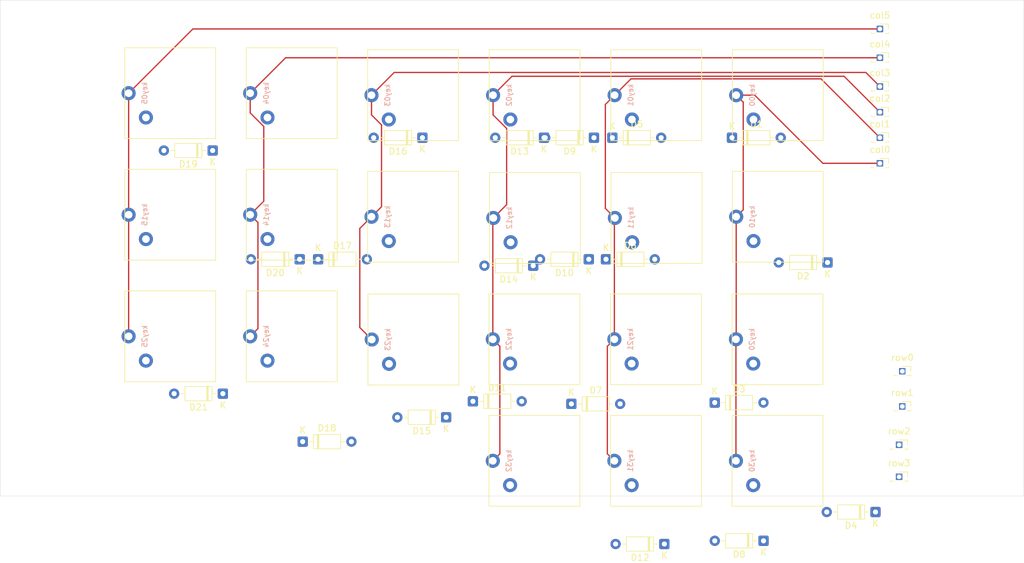
<source format=kicad_pcb>
(kicad_pcb (version 20241229) (generator "pcbnew") (generator_version "9.0")
  (layers (0 "F.Cu" signal) (2 "B.Cu" signal) (13 "F.Paste" user) (15 "B.Paste" user) (5 "F.SilkS" user "F.Silkscreen") (7 "B.SilkS" user "B.Silkscreen") (1 "F.Mask" user) (3 "B.Mask" user) (25 "Edge.Cuts" user))
  (net 0 "")
  (net 1 "Net-(D1-A)")
  (net 2 "Net-(D1-K)")
  (net 3 "Net-(D10-K)")
  (net 4 "Net-(D2-A)")
  (net 5 "Net-(D11-K)")
  (net 6 "Net-(D3-A)")
  (net 7 "Net-(D4-A)")
  (net 8 "Net-(D12-K)")
  (net 9 "Net-(D5-A)")
  (net 10 "Net-(D6-A)")
  (net 11 "Net-(D7-A)")
  (net 12 "Net-(D8-A)")
  (net 13 "Net-(D9-A)")
  (net 14 "Net-(D10-A)")
  (net 15 "Net-(D11-A)")
  (net 16 "Net-(D12-A)")
  (net 17 "Net-(D13-A)")
  (net 18 "Net-(D14-A)")
  (net 19 "Net-(D15-A)")
  (net 20 "Net-(D16-A)")
  (net 21 "Net-(D17-A)")
  (net 22 "Net-(D18-A)")
  (net 23 "Net-(D19-A)")
  (net 24 "Net-(D20-A)")
  (net 25 "Net-(D21-A)")
  (net 26 "Net-(col0-Pin_1)")
  (net 27 "Net-(col1-Pin_1)")
  (net 28 "Net-(col2-Pin_1)")
  (net 29 "Net-(col3-Pin_1)")
  (net 30 "Net-(col4-Pin_1)")
  (net 31 "Net-(col5-Pin_1)")
  (footprint "Diode_THT:D_DO-35_SOD27_P7.62mm_Horizontal" (layer "F.Cu") (at 116.5 45.5 180)
    (property "Reference" "D13" (at 3.81 -2.12 0) (layer "F.SilkS"))
    (property "Value" "1N4148")
    (fp_text user "K" (at 0 -1.8 0) (layer "F.SilkS"))
    (pad "1" thru_hole roundrect (at 0 0 180) (size 1.6 1.6) (drill 0.8) (layers "*.Cu" "*.Mask") (roundrect_rratio 0.15625) (net 2 "Net-(D1-K)"))
    (pad "2" thru_hole circle (at 7.62 0 180) (size 1.6 1.6) (drill 0.8) (layers "*.Cu" "*.Mask") (net 17 "Net-(D13-A)"))
  )
  (footprint "Diode_THT:D_DO-35_SOD27_P7.62mm_Horizontal" (layer "F.Cu") (at 120.78 87.1)
    (property "Reference" "D7" (at 3.81 -2.12 0) (layer "F.SilkS"))
    (property "Value" "1N4148")
    (fp_text user "K" (at 0 -1.8 0) (layer "F.SilkS"))
    (pad "1" thru_hole roundrect (at 0 0) (size 1.6 1.6) (drill 0.8) (layers "*.Cu" "*.Mask") (roundrect_rratio 0.15625) (net 5 "Net-(D11-K)"))
    (pad "2" thru_hole circle (at 7.62 0) (size 1.6 1.6) (drill 0.8) (layers "*.Cu" "*.Mask") (net 11 "Net-(D7-A)"))
  )
  (footprint "Diode_THT:D_DO-35_SOD27_P7.62mm_Horizontal" (layer "F.Cu") (at 78.31 64.5 180)
    (property "Reference" "D20" (at 3.81 -2.12 0) (layer "F.SilkS"))
    (property "Value" "1N4148")
    (fp_text user "K" (at 0 -1.8 0) (layer "F.SilkS"))
    (pad "1" thru_hole roundrect (at 0 0 180) (size 1.6 1.6) (drill 0.8) (layers "*.Cu" "*.Mask") (roundrect_rratio 0.15625) (net 3 "Net-(D10-K)"))
    (pad "2" thru_hole circle (at 7.62 0 180) (size 1.6 1.6) (drill 0.8) (layers "*.Cu" "*.Mask") (net 24 "Net-(D20-A)"))
  )
  (footprint "redragon:SW_Redragon_LowProfile_PCB_1.00u" (layer "F.Cu") (at 77.08 38.54 -90)
    (property "Reference" "key04" (at 0 4 270) (layer "B.SilkS") (effects (font (size 0.8 0.8)) (justify mirror)))
    (property "Value" "SW_DPST_x2")
    (pad "" np_thru_hole circle (at 0 0 270) (size 4.4 4.4) (drill 4.4) (layers "*.Cu" "*.Mask"))
    (pad "1" thru_hole circle (at 3.8 3.8 270) (size 2.2 2.2) (drill 1.2) (layers "*.Cu" "B.Mask") (net 20 "Net-(D16-A)"))
    (pad "2" thru_hole circle (at 0 6.5 270) (size 2.2 2.2) (drill 1.2) (layers "*.Cu" "B.Mask") (net 30 "Net-(col4-Pin_1)"))
  )
  (footprint "redragon:SW_Redragon_LowProfile_PCB_1.00u" (layer "F.Cu") (at 96.08 77.04 -90)
    (property "Reference" "key23" (at 0 4 270) (layer "B.SilkS") (effects (font (size 0.8 0.8)) (justify mirror)))
    (property "Value" "SW_DPST_x2")
    (pad "" np_thru_hole circle (at 0 0 270) (size 4.4 4.4) (drill 4.4) (layers "*.Cu" "*.Mask"))
    (pad "1" thru_hole circle (at 3.8 3.8 270) (size 2.2 2.2) (drill 1.2) (layers "*.Cu" "B.Mask") (net 19 "Net-(D15-A)"))
    (pad "2" thru_hole circle (at 0 6.5 270) (size 2.2 2.2) (drill 1.2) (layers "*.Cu" "B.Mask") (net 29 "Net-(col3-Pin_1)"))
  )
  (footprint "Diode_THT:D_DO-35_SOD27_P7.62mm_Horizontal" (layer "F.Cu") (at 114.81 65.5 180)
    (property "Reference" "D14" (at 3.81 -2.12 0) (layer "F.SilkS"))
    (property "Value" "1N4148")
    (fp_text user "K" (at 0 -1.8 0) (layer "F.SilkS"))
    (pad "1" thru_hole roundrect (at 0 0 180) (size 1.6 1.6) (drill 0.8) (layers "*.Cu" "*.Mask") (roundrect_rratio 0.15625) (net 3 "Net-(D10-K)"))
    (pad "2" thru_hole circle (at 7.62 0 180) (size 1.6 1.6) (drill 0.8) (layers "*.Cu" "*.Mask") (net 18 "Net-(D14-A)"))
  )
  (footprint "Connector_PinSocket_1.27mm:PinSocket_1x01_P1.27mm_Vertical" (layer "F.Cu") (at 169 37.5)
    (property "Reference" "col3" (at 0 -2.135 0) (layer "F.SilkS"))
    (property "Value" "Conn_01x01_Pin")
    (pad "1" thru_hole rect (at 0 0) (size 1 1) (drill 0.7) (layers "*.Cu" "*.Mask") (net 29 "Net-(col3-Pin_1)"))
  )
  (footprint "redragon:SW_Redragon_LowProfile_PCB_1.00u" (layer "F.Cu") (at 115 96 -90)
    (property "Reference" "key32" (at 0 4 270) (layer "B.SilkS") (effects (font (size 0.8 0.8)) (justify mirror)))
    (property "Value" "SW_DPST_x2")
    (pad "" np_thru_hole circle (at 0 0 270) (size 4.4 4.4) (drill 4.4) (layers "*.Cu" "*.Mask"))
    (pad "1" thru_hole circle (at 3.8 3.8 270) (size 2.2 2.2) (drill 1.2) (layers "*.Cu" "B.Mask") (net 16 "Net-(D12-A)"))
    (pad "2" thru_hole circle (at 0 6.5 270) (size 2.2 2.2) (drill 1.2) (layers "*.Cu" "B.Mask") (net 28 "Net-(col2-Pin_1)"))
  )
  (footprint "redragon:SW_Redragon_LowProfile_PCB_1.00u" (layer "F.Cu") (at 153 77 -90)
    (property "Reference" "key20" (at 0 4 270) (layer "B.SilkS") (effects (font (size 0.8 0.8)) (justify mirror)))
    (property "Value" "SW_DPST_x2")
    (pad "" np_thru_hole circle (at 0 0 270) (size 4.4 4.4) (drill 4.4) (layers "*.Cu" "*.Mask"))
    (pad "1" thru_hole circle (at 3.8 3.8 270) (size 2.2 2.2) (drill 1.2) (layers "*.Cu" "B.Mask") (net 6 "Net-(D3-A)"))
    (pad "2" thru_hole circle (at 0 6.5 270) (size 2.2 2.2) (drill 1.2) (layers "*.Cu" "B.Mask") (net 26 "Net-(col0-Pin_1)"))
  )
  (footprint "Connector_PinSocket_1.27mm:PinSocket_1x01_P1.27mm_Vertical" (layer "F.Cu") (at 169 41.5)
    (property "Reference" "col2" (at 0 -2.135 0) (layer "F.SilkS"))
    (property "Value" "Conn_01x01_Pin")
    (pad "1" thru_hole rect (at 0 0) (size 1 1) (drill 0.7) (layers "*.Cu" "*.Mask") (net 28 "Net-(col2-Pin_1)"))
  )
  (footprint "Diode_THT:D_DO-35_SOD27_P7.62mm_Horizontal" (layer "F.Cu") (at 78.78 93)
    (property "Reference" "D18" (at 3.81 -2.12 0) (layer "F.SilkS"))
    (property "Value" "1N4148")
    (fp_text user "K" (at 0 -1.8 0) (layer "F.SilkS"))
    (pad "1" thru_hole roundrect (at 0 0) (size 1.6 1.6) (drill 0.8) (layers "*.Cu" "*.Mask") (roundrect_rratio 0.15625) (net 5 "Net-(D11-K)"))
    (pad "2" thru_hole circle (at 7.62 0) (size 1.6 1.6) (drill 0.8) (layers "*.Cu" "*.Mask") (net 22 "Net-(D18-A)"))
  )
  (footprint "Diode_THT:D_DO-35_SOD27_P7.62mm_Horizontal" (layer "F.Cu") (at 124.31 45.5 180)
    (property "Reference" "D9" (at 3.81 -2.12 0) (layer "F.SilkS"))
    (property "Value" "1N4148")
    (fp_text user "K" (at 0 -1.8 0) (layer "F.SilkS"))
    (pad "1" thru_hole roundrect (at 0 0 180) (size 1.6 1.6) (drill 0.8) (layers "*.Cu" "*.Mask") (roundrect_rratio 0.15625) (net 2 "Net-(D1-K)"))
    (pad "2" thru_hole circle (at 7.62 0 180) (size 1.6 1.6) (drill 0.8) (layers "*.Cu" "*.Mask") (net 13 "Net-(D9-A)"))
  )
  (footprint "redragon:SW_Redragon_LowProfile_PCB_1.00u" (layer "F.Cu") (at 153.04 38.85 -90)
    (property "Reference" "key00" (at 0 4 270) (layer "B.SilkS") (effects (font (size 0.8 0.8)) (justify mirror)))
    (property "Value" "SW_DPST_x2")
    (pad "" np_thru_hole circle (at 0 0 270) (size 4.4 4.4) (drill 4.4) (layers "*.Cu" "*.Mask"))
    (pad "1" thru_hole circle (at 3.8 3.8 270) (size 2.2 2.2) (drill 1.2) (layers "*.Cu" "B.Mask") (net 1 "Net-(D1-A)"))
    (pad "2" thru_hole circle (at 0 6.5 270) (size 2.2 2.2) (drill 1.2) (layers "*.Cu" "B.Mask") (net 26 "Net-(col0-Pin_1)"))
  )
  (footprint "redragon:SW_Redragon_LowProfile_PCB_1.00u" (layer "F.Cu") (at 134 96 -90)
    (property "Reference" "key31" (at 0 4 270) (layer "B.SilkS") (effects (font (size 0.8 0.8)) (justify mirror)))
    (property "Value" "SW_DPST_x2")
    (pad "" np_thru_hole circle (at 0 0 270) (size 4.4 4.4) (drill 4.4) (layers "*.Cu" "*.Mask"))
    (pad "1" thru_hole circle (at 3.8 3.8 270) (size 2.2 2.2) (drill 1.2) (layers "*.Cu" "B.Mask") (net 12 "Net-(D8-A)"))
    (pad "2" thru_hole circle (at 0 6.5 270) (size 2.2 2.2) (drill 1.2) (layers "*.Cu" "B.Mask") (net 27 "Net-(col1-Pin_1)"))
  )
  (footprint "redragon:SW_Redragon_LowProfile_PCB_1.00u" (layer "F.Cu") (at 58.08 76.54 -90)
    (property "Reference" "key25" (at 0 4 270) (layer "B.SilkS") (effects (font (size 0.8 0.8)) (justify mirror)))
    (property "Value" "SW_DPST_x2")
    (pad "" np_thru_hole circle (at 0 0 270) (size 4.4 4.4) (drill 4.4) (layers "*.Cu" "*.Mask"))
    (pad "1" thru_hole circle (at 3.8 3.8 270) (size 2.2 2.2) (drill 1.2) (layers "*.Cu" "B.Mask") (net 25 "Net-(D21-A)"))
    (pad "2" thru_hole circle (at 0 6.5 270) (size 2.2 2.2) (drill 1.2) (layers "*.Cu" "B.Mask") (net 31 "Net-(col5-Pin_1)"))
  )
  (footprint "Connector_PinSocket_1.27mm:PinSocket_1x01_P1.27mm_Vertical" (layer "F.Cu") (at 172 93.5)
    (property "Reference" "row2" (at 0 -2.135 0) (layer "F.SilkS"))
    (property "Value" "Conn_01x01_Pin")
    (pad "1" thru_hole rect (at 0 0) (size 1 1) (drill 0.7) (layers "*.Cu" "*.Mask") (net 5 "Net-(D11-K)"))
  )
  (footprint "Diode_THT:D_DO-35_SOD27_P7.62mm_Horizontal" (layer "F.Cu") (at 126.19 64.5)
    (property "Reference" "D6" (at 3.81 -2.12 0) (layer "F.SilkS"))
    (property "Value" "1N4148")
    (fp_text user "K" (at 0 -1.8 0) (layer "F.SilkS"))
    (pad "1" thru_hole roundrect (at 0 0) (size 1.6 1.6) (drill 0.8) (layers "*.Cu" "*.Mask") (roundrect_rratio 0.15625) (net 3 "Net-(D10-K)"))
    (pad "2" thru_hole circle (at 7.62 0) (size 1.6 1.6) (drill 0.8) (layers "*.Cu" "*.Mask") (net 10 "Net-(D6-A)"))
  )
  (footprint "redragon:SW_Redragon_LowProfile_PCB_1.00u" (layer "F.Cu") (at 58.08 38.54 -90)
    (property "Reference" "key05" (at 0 4 270) (layer "B.SilkS") (effects (font (size 0.8 0.8)) (justify mirror)))
    (property "Value" "SW_DPST_x2")
    (pad "" np_thru_hole circle (at 0 0 270) (size 4.4 4.4) (drill 4.4) (layers "*.Cu" "*.Mask"))
    (pad "1" thru_hole circle (at 3.8 3.8 270) (size 2.2 2.2) (drill 1.2) (layers "*.Cu" "B.Mask") (net 23 "Net-(D19-A)"))
    (pad "2" thru_hole circle (at 0 6.5 270) (size 2.2 2.2) (drill 1.2) (layers "*.Cu" "B.Mask") (net 31 "Net-(col5-Pin_1)"))
  )
  (footprint "redragon:SW_Redragon_LowProfile_PCB_1.00u" (layer "F.Cu") (at 134.04 38.85 -90)
    (property "Reference" "key01" (at 0 4 270) (layer "B.SilkS") (effects (font (size 0.8 0.8)) (justify mirror)))
    (property "Value" "SW_DPST_x2")
    (pad "" np_thru_hole circle (at 0 0 270) (size 4.4 4.4) (drill 4.4) (layers "*.Cu" "*.Mask"))
    (pad "1" thru_hole circle (at 3.8 3.8 270) (size 2.2 2.2) (drill 1.2) (layers "*.Cu" "B.Mask") (net 9 "Net-(D5-A)"))
    (pad "2" thru_hole circle (at 0 6.5 270) (size 2.2 2.2) (drill 1.2) (layers "*.Cu" "B.Mask") (net 27 "Net-(col1-Pin_1)"))
  )
  (footprint "Connector_PinSocket_1.27mm:PinSocket_1x01_P1.27mm_Vertical" (layer "F.Cu") (at 169 49.5)
    (property "Reference" "col0" (at 0 -2.135 0) (layer "F.SilkS"))
    (property "Value" "Conn_01x01_Pin")
    (pad "1" thru_hole rect (at 0 0) (size 1 1) (drill 0.7) (layers "*.Cu" "*.Mask") (net 26 "Net-(col0-Pin_1)"))
  )
  (footprint "Diode_THT:D_DO-35_SOD27_P7.62mm_Horizontal" (layer "F.Cu") (at 101.2 89.2 180)
    (property "Reference" "D15" (at 3.81 -2.12 0) (layer "F.SilkS"))
    (property "Value" "1N4148")
    (fp_text user "K" (at 0 -1.8 0) (layer "F.SilkS"))
    (pad "1" thru_hole roundrect (at 0 0 180) (size 1.6 1.6) (drill 0.8) (layers "*.Cu" "*.Mask") (roundrect_rratio 0.15625) (net 5 "Net-(D11-K)"))
    (pad "2" thru_hole circle (at 7.62 0 180) (size 1.6 1.6) (drill 0.8) (layers "*.Cu" "*.Mask") (net 19 "Net-(D15-A)"))
  )
  (footprint "redragon:SW_Redragon_LowProfile_PCB_1.00u" (layer "F.Cu") (at 115 77 -90)
    (property "Reference" "key22" (at 0 4 270) (layer "B.SilkS") (effects (font (size 0.8 0.8)) (justify mirror)))
    (property "Value" "SW_DPST_x2")
    (pad "" np_thru_hole circle (at 0 0 270) (size 4.4 4.4) (drill 4.4) (layers "*.Cu" "*.Mask"))
    (pad "1" thru_hole circle (at 3.8 3.8 270) (size 2.2 2.2) (drill 1.2) (layers "*.Cu" "B.Mask") (net 15 "Net-(D11-A)"))
    (pad "2" thru_hole circle (at 0 6.5 270) (size 2.2 2.2) (drill 1.2) (layers "*.Cu" "B.Mask") (net 28 "Net-(col2-Pin_1)"))
  )
  (footprint "redragon:SW_Redragon_LowProfile_PCB_1.00u" (layer "F.Cu") (at 115.04 38.85 -90)
    (property "Reference" "key02" (at 0 4 270) (layer "B.SilkS") (effects (font (size 0.8 0.8)) (justify mirror)))
    (property "Value" "SW_DPST_x2")
    (pad "" np_thru_hole circle (at 0 0 270) (size 4.4 4.4) (drill 4.4) (layers "*.Cu" "*.Mask"))
    (pad "1" thru_hole circle (at 3.8 3.8 270) (size 2.2 2.2) (drill 1.2) (layers "*.Cu" "B.Mask") (net 13 "Net-(D9-A)"))
    (pad "2" thru_hole circle (at 0 6.5 270) (size 2.2 2.2) (drill 1.2) (layers "*.Cu" "B.Mask") (net 28 "Net-(col2-Pin_1)"))
  )
  (footprint "Connector_PinSocket_1.27mm:PinSocket_1x01_P1.27mm_Vertical" (layer "F.Cu") (at 169 28.5)
    (property "Reference" "col5" (at 0 -2.135 0) (layer "F.SilkS"))
    (property "Value" "Conn_01x01_Pin")
    (pad "1" thru_hole rect (at 0 0) (size 1 1) (drill 0.7) (layers "*.Cu" "*.Mask") (net 31 "Net-(col5-Pin_1)"))
  )
  (footprint "redragon:SW_Redragon_LowProfile_PCB_1.00u" (layer "F.Cu") (at 58.08 57.54 -90)
    (property "Reference" "key15" (at 0 4 270) (layer "B.SilkS") (effects (font (size 0.8 0.8)) (justify mirror)))
    (property "Value" "SW_DPST_x2")
    (pad "" np_thru_hole circle (at 0 0 270) (size 4.4 4.4) (drill 4.4) (layers "*.Cu" "*.Mask"))
    (pad "1" thru_hole circle (at 3.8 3.8 270) (size 2.2 2.2) (drill 1.2) (layers "*.Cu" "B.Mask") (net 24 "Net-(D20-A)"))
    (pad "2" thru_hole circle (at 0 6.5 270) (size 2.2 2.2) (drill 1.2) (layers "*.Cu" "B.Mask") (net 31 "Net-(col5-Pin_1)"))
  )
  (footprint "Diode_THT:D_DO-35_SOD27_P7.62mm_Horizontal" (layer "F.Cu") (at 168.31 104 180)
    (property "Reference" "D4" (at 3.81 -2.12 0) (layer "F.SilkS"))
    (property "Value" "1N4148")
    (fp_text user "K" (at 0 -1.8 0) (layer "F.SilkS"))
    (pad "1" thru_hole roundrect (at 0 0 180) (size 1.6 1.6) (drill 0.8) (layers "*.Cu" "*.Mask") (roundrect_rratio 0.15625) (net 8 "Net-(D12-K)"))
    (pad "2" thru_hole circle (at 7.62 0 180) (size 1.6 1.6) (drill 0.8) (layers "*.Cu" "*.Mask") (net 7 "Net-(D4-A)"))
  )
  (footprint "Diode_THT:D_DO-35_SOD27_P7.62mm_Horizontal" (layer "F.Cu") (at 105.39 86.7)
    (property "Reference" "D11" (at 3.81 -2.12 0) (layer "F.SilkS"))
    (property "Value" "1N4148")
    (fp_text user "K" (at 0 -1.8 0) (layer "F.SilkS"))
    (pad "1" thru_hole roundrect (at 0 0) (size 1.6 1.6) (drill 0.8) (layers "*.Cu" "*.Mask") (roundrect_rratio 0.15625) (net 5 "Net-(D11-K)"))
    (pad "2" thru_hole circle (at 7.62 0) (size 1.6 1.6) (drill 0.8) (layers "*.Cu" "*.Mask") (net 15 "Net-(D11-A)"))
  )
  (footprint "Connector_PinSocket_1.27mm:PinSocket_1x01_P1.27mm_Vertical" (layer "F.Cu") (at 172 98.5)
    (property "Reference" "row3" (at 0 -2.135 0) (layer "F.SilkS"))
    (property "Value" "Conn_01x01_Pin")
    (pad "1" thru_hole rect (at 0 0) (size 1 1) (drill 0.7) (layers "*.Cu" "*.Mask") (net 8 "Net-(D12-K)"))
  )
  (footprint "redragon:SW_Redragon_LowProfile_PCB_1.00u" (layer "F.Cu") (at 77.08 76.54 -90)
    (property "Reference" "key24" (at 0 4 270) (layer "B.SilkS") (effects (font (size 0.8 0.8)) (justify mirror)))
    (property "Value" "SW_DPST_x2")
    (pad "" np_thru_hole circle (at 0 0 270) (size 4.4 4.4) (drill 4.4) (layers "*.Cu" "*.Mask"))
    (pad "1" thru_hole circle (at 3.8 3.8 270) (size 2.2 2.2) (drill 1.2) (layers "*.Cu" "B.Mask") (net 22 "Net-(D18-A)"))
    (pad "2" thru_hole circle (at 0 6.5 270) (size 2.2 2.2) (drill 1.2) (layers "*.Cu" "B.Mask") (net 30 "Net-(col4-Pin_1)"))
  )
  (footprint "Diode_THT:D_DO-35_SOD27_P7.62mm_Horizontal" (layer "F.Cu") (at 81.19 64.5)
    (property "Reference" "D17" (at 3.81 -2.12 0) (layer "F.SilkS"))
    (property "Value" "1N4148")
    (fp_text user "K" (at 0 -1.8 0) (layer "F.SilkS"))
    (pad "1" thru_hole roundrect (at 0 0) (size 1.6 1.6) (drill 0.8) (layers "*.Cu" "*.Mask") (roundrect_rratio 0.15625) (net 3 "Net-(D10-K)"))
    (pad "2" thru_hole circle (at 7.62 0) (size 1.6 1.6) (drill 0.8) (layers "*.Cu" "*.Mask") (net 21 "Net-(D17-A)"))
  )
  (footprint "Diode_THT:D_DO-35_SOD27_P7.62mm_Horizontal" (layer "F.Cu") (at 135.31 109 180)
    (property "Reference" "D12" (at 3.81 -2.12 0) (layer "F.SilkS"))
    (property "Value" "1N4148")
    (fp_text user "K" (at 0 -1.8 0) (layer "F.SilkS"))
    (pad "1" thru_hole roundrect (at 0 0 180) (size 1.6 1.6) (drill 0.8) (layers "*.Cu" "*.Mask") (roundrect_rratio 0.15625) (net 8 "Net-(D12-K)"))
    (pad "2" thru_hole circle (at 7.62 0 180) (size 1.6 1.6) (drill 0.8) (layers "*.Cu" "*.Mask") (net 16 "Net-(D12-A)"))
  )
  (footprint "Diode_THT:D_DO-35_SOD27_P7.62mm_Horizontal" (layer "F.Cu") (at 150.81 108.5 180)
    (property "Reference" "D8" (at 3.81 -2.12 0) (layer "F.SilkS"))
    (property "Value" "1N4148")
    (fp_text user "K" (at 0 -1.8 0) (layer "F.SilkS"))
    (pad "1" thru_hole roundrect (at 0 0 180) (size 1.6 1.6) (drill 0.8) (layers "*.Cu" "*.Mask") (roundrect_rratio 0.15625) (net 8 "Net-(D12-K)"))
    (pad "2" thru_hole circle (at 7.62 0 180) (size 1.6 1.6) (drill 0.8) (layers "*.Cu" "*.Mask") (net 12 "Net-(D8-A)"))
  )
  (footprint "Diode_THT:D_DO-35_SOD27_P7.62mm_Horizontal" (layer "F.Cu") (at 145.88 45.5)
    (property "Reference" "D1" (at 3.81 -2.12 0) (layer "F.SilkS"))
    (property "Value" "1N4148")
    (fp_text user "K" (at 0 -1.8 0) (layer "F.SilkS"))
    (pad "1" thru_hole roundrect (at 0 0) (size 1.6 1.6) (drill 0.8) (layers "*.Cu" "*.Mask") (roundrect_rratio 0.15625) (net 2 "Net-(D1-K)"))
    (pad "2" thru_hole circle (at 7.62 0) (size 1.6 1.6) (drill 0.8) (layers "*.Cu" "*.Mask") (net 1 "Net-(D1-A)"))
  )
  (footprint "Connector_PinSocket_1.27mm:PinSocket_1x01_P1.27mm_Vertical" (layer "F.Cu") (at 172.5 82)
    (property "Reference" "row0" (at 0 -2.135 0) (layer "F.SilkS"))
    (property "Value" "Conn_01x01_Pin")
    (pad "1" thru_hole rect (at 0 0) (size 1 1) (drill 0.7) (layers "*.Cu" "*.Mask") (net 2 "Net-(D1-K)"))
  )
  (footprint "Diode_THT:D_DO-35_SOD27_P7.62mm_Horizontal" (layer "F.Cu") (at 127.19 45.5)
    (property "Reference" "D5" (at 3.81 -2.12 0) (layer "F.SilkS"))
    (property "Value" "1N4148")
    (fp_text user "K" (at 0 -1.8 0) (layer "F.SilkS"))
    (pad "1" thru_hole roundrect (at 0 0) (size 1.6 1.6) (drill 0.8) (layers "*.Cu" "*.Mask") (roundrect_rratio 0.15625) (net 2 "Net-(D1-K)"))
    (pad "2" thru_hole circle (at 7.62 0) (size 1.6 1.6) (drill 0.8) (layers "*.Cu" "*.Mask") (net 9 "Net-(D5-A)"))
  )
  (footprint "Diode_THT:D_DO-35_SOD27_P7.62mm_Horizontal" (layer "F.Cu") (at 66.31 85.5 180)
    (property "Reference" "D21" (at 3.81 -2.12 0) (layer "F.SilkS"))
    (property "Value" "1N4148")
    (fp_text user "K" (at 0 -1.8 0) (layer "F.SilkS"))
    (pad "1" thru_hole roundrect (at 0 0 180) (size 1.6 1.6) (drill 0.8) (layers "*.Cu" "*.Mask") (roundrect_rratio 0.15625) (net 5 "Net-(D11-K)"))
    (pad "2" thru_hole circle (at 7.62 0 180) (size 1.6 1.6) (drill 0.8) (layers "*.Cu" "*.Mask") (net 25 "Net-(D21-A)"))
  )
  (footprint "Connector_PinSocket_1.27mm:PinSocket_1x01_P1.27mm_Vertical" (layer "F.Cu") (at 169 45.5)
    (property "Reference" "col1" (at 0 -2.135 0) (layer "F.SilkS"))
    (property "Value" "Conn_01x01_Pin")
    (pad "1" thru_hole rect (at 0 0) (size 1 1) (drill 0.7) (layers "*.Cu" "*.Mask") (net 27 "Net-(col1-Pin_1)"))
  )
  (footprint "redragon:SW_Redragon_LowProfile_PCB_1.00u" (layer "F.Cu") (at 96.04 38.85 -90)
    (property "Reference" "key03" (at 0 4 270) (layer "B.SilkS") (effects (font (size 0.8 0.8)) (justify mirror)))
    (property "Value" "SW_DPST_x2")
    (pad "" np_thru_hole circle (at 0 0 270) (size 4.4 4.4) (drill 4.4) (layers "*.Cu" "*.Mask"))
    (pad "1" thru_hole circle (at 3.8 3.8 270) (size 2.2 2.2) (drill 1.2) (layers "*.Cu" "B.Mask") (net 17 "Net-(D13-A)"))
    (pad "2" thru_hole circle (at 0 6.5 270) (size 2.2 2.2) (drill 1.2) (layers "*.Cu" "B.Mask") (net 29 "Net-(col3-Pin_1)"))
  )
  (footprint "Diode_THT:D_DO-35_SOD27_P7.62mm_Horizontal" (layer "F.Cu") (at 123.5 64.5 180)
    (property "Reference" "D10" (at 3.81 -2.12 0) (layer "F.SilkS"))
    (property "Value" "1N4148")
    (fp_text user "K" (at 0 -1.8 0) (layer "F.SilkS"))
    (pad "1" thru_hole roundrect (at 0 0 180) (size 1.6 1.6) (drill 0.8) (layers "*.Cu" "*.Mask") (roundrect_rratio 0.15625) (net 3 "Net-(D10-K)"))
    (pad "2" thru_hole circle (at 7.62 0 180) (size 1.6 1.6) (drill 0.8) (layers "*.Cu" "*.Mask") (net 14 "Net-(D10-A)"))
  )
  (footprint "redragon:SW_Redragon_LowProfile_PCB_1.00u" (layer "F.Cu") (at 134 77 -90)
    (property "Reference" "key21" (at 0 4 270) (layer "B.SilkS") (effects (font (size 0.8 0.8)) (justify mirror)))
    (property "Value" "SW_DPST_x2")
    (pad "" np_thru_hole circle (at 0 0 270) (size 4.4 4.4) (drill 4.4) (layers "*.Cu" "*.Mask"))
    (pad "1" thru_hole circle (at 3.8 3.8 270) (size 2.2 2.2) (drill 1.2) (layers "*.Cu" "B.Mask") (net 11 "Net-(D7-A)"))
    (pad "2" thru_hole circle (at 0 6.5 270) (size 2.2 2.2) (drill 1.2) (layers "*.Cu" "B.Mask") (net 27 "Net-(col1-Pin_1)"))
  )
  (footprint "redragon:SW_Redragon_LowProfile_PCB_1.00u" (layer "F.Cu") (at 115.08 58.04 -90)
    (property "Reference" "key12" (at 0 4 270) (layer "B.SilkS") (effects (font (size 0.8 0.8)) (justify mirror)))
    (property "Value" "SW_DPST_x2")
    (pad "" np_thru_hole circle (at 0 0 270) (size 4.4 4.4) (drill 4.4) (layers "*.Cu" "*.Mask"))
    (pad "1" thru_hole circle (at 3.8 3.8 270) (size 2.2 2.2) (drill 1.2) (layers "*.Cu" "B.Mask") (net 14 "Net-(D10-A)"))
    (pad "2" thru_hole circle (at 0 6.5 270) (size 2.2 2.2) (drill 1.2) (layers "*.Cu" "B.Mask") (net 28 "Net-(col2-Pin_1)"))
  )
  (footprint "redragon:SW_Redragon_LowProfile_PCB_1.00u" (layer "F.Cu") (at 77.08 57.54 -90)
    (property "Reference" "key14" (at 0 4 270) (layer "B.SilkS") (effects (font (size 0.8 0.8)) (justify mirror)))
    (property "Value" "SW_DPST_x2")
    (pad "" np_thru_hole circle (at 0 0 270) (size 4.4 4.4) (drill 4.4) (layers "*.Cu" "*.Mask"))
    (pad "1" thru_hole circle (at 3.8 3.8 270) (size 2.2 2.2) (drill 1.2) (layers "*.Cu" "B.Mask") (net 21 "Net-(D17-A)"))
    (pad "2" thru_hole circle (at 0 6.5 270) (size 2.2 2.2) (drill 1.2) (layers "*.Cu" "B.Mask") (net 30 "Net-(col4-Pin_1)"))
  )
  (footprint "redragon:SW_Redragon_LowProfile_PCB_1.00u" (layer "F.Cu") (at 153.04 57.85 -90)
    (property "Reference" "key10" (at 0 4 270) (layer "B.SilkS") (effects (font (size 0.8 0.8)) (justify mirror)))
    (property "Value" "SW_DPST_x2")
    (pad "" np_thru_hole circle (at 0 0 270) (size 4.4 4.4) (drill 4.4) (layers "*.Cu" "*.Mask"))
    (pad "1" thru_hole circle (at 3.8 3.8 270) (size 2.2 2.2) (drill 1.2) (layers "*.Cu" "B.Mask") (net 4 "Net-(D2-A)"))
    (pad "2" thru_hole circle (at 0 6.5 270) (size 2.2 2.2) (drill 1.2) (layers "*.Cu" "B.Mask") (net 26 "Net-(col0-Pin_1)"))
  )
  (footprint "redragon:SW_Redragon_LowProfile_PCB_1.00u" (layer "F.Cu") (at 96.04 57.85 -90)
    (property "Reference" "key13" (at 0 4 270) (layer "B.SilkS") (effects (font (size 0.8 0.8)) (justify mirror)))
    (property "Value" "SW_DPST_x2")
    (pad "" np_thru_hole circle (at 0 0 270) (size 4.4 4.4) (drill 4.4) (layers "*.Cu" "*.Mask"))
    (pad "1" thru_hole circle (at 3.8 3.8 270) (size 2.2 2.2) (drill 1.2) (layers "*.Cu" "B.Mask") (net 18 "Net-(D14-A)"))
    (pad "2" thru_hole circle (at 0 6.5 270) (size 2.2 2.2) (drill 1.2) (layers "*.Cu" "B.Mask") (net 29 "Net-(col3-Pin_1)"))
  )
  (footprint "Connector_PinSocket_1.27mm:PinSocket_1x01_P1.27mm_Vertical" (layer "F.Cu") (at 169 33)
    (property "Reference" "col4" (at 0 -2.135 0) (layer "F.SilkS"))
    (property "Value" "Conn_01x01_Pin")
    (pad "1" thru_hole rect (at 0 0) (size 1 1) (drill 0.7) (layers "*.Cu" "*.Mask") (net 30 "Net-(col4-Pin_1)"))
  )
  (footprint "Diode_THT:D_DO-35_SOD27_P7.62mm_Horizontal" (layer "F.Cu") (at 143.18 86.9)
    (property "Reference" "D3" (at 3.81 -2.12 0) (layer "F.SilkS"))
    (property "Value" "1N4148")
    (fp_text user "K" (at 0 -1.8 0) (layer "F.SilkS"))
    (pad "1" thru_hole roundrect (at 0 0) (size 1.6 1.6) (drill 0.8) (layers "*.Cu" "*.Mask") (roundrect_rratio 0.15625) (net 5 "Net-(D11-K)"))
    (pad "2" thru_hole circle (at 7.62 0) (size 1.6 1.6) (drill 0.8) (layers "*.Cu" "*.Mask") (net 6 "Net-(D3-A)"))
  )
  (footprint "Diode_THT:D_DO-35_SOD27_P7.62mm_Horizontal" (layer "F.Cu") (at 160.81 65 180)
    (property "Reference" "D2" (at 3.81 -2.12 0) (layer "F.SilkS"))
    (property "Value" "1N4148")
    (fp_text user "K" (at 0 -1.8 0) (layer "F.SilkS"))
    (pad "1" thru_hole roundrect (at 0 0 180) (size 1.6 1.6) (drill 0.8) (layers "*.Cu" "*.Mask") (roundrect_rratio 0.15625) (net 3 "Net-(D10-K)"))
    (pad "2" thru_hole circle (at 7.62 0 180) (size 1.6 1.6) (drill 0.8) (layers "*.Cu" "*.Mask") (net 4 "Net-(D2-A)"))
  )
  (footprint "Diode_THT:D_DO-35_SOD27_P7.62mm_Horizontal" (layer "F.Cu") (at 64.71 47.5 180)
    (property "Reference" "D19" (at 3.81 -2.12 0) (layer "F.SilkS"))
    (property "Value" "1N4148")
    (fp_text user "K" (at 0 -1.8 0) (layer "F.SilkS"))
    (pad "1" thru_hole roundrect (at 0 0 180) (size 1.6 1.6) (drill 0.8) (layers "*.Cu" "*.Mask") (roundrect_rratio 0.15625) (net 2 "Net-(D1-K)"))
    (pad "2" thru_hole circle (at 7.62 0 180) (size 1.6 1.6) (drill 0.8) (layers "*.Cu" "*.Mask") (net 23 "Net-(D19-A)"))
  )
  (footprint "redragon:SW_Redragon_LowProfile_PCB_1.00u" (layer "F.Cu") (at 153 96 -90)
    (property "Reference" "key30" (at 0 4 270) (layer "B.SilkS") (effects (font (size 0.8 0.8)) (justify mirror)))
    (property "Value" "SW_DPST_x2")
    (pad "" np_thru_hole circle (at 0 0 270) (size 4.4 4.4) (drill 4.4) (layers "*.Cu" "*.Mask"))
    (pad "1" thru_hole circle (at 3.8 3.8 270) (size 2.2 2.2) (drill 1.2) (layers "*.Cu" "B.Mask") (net 7 "Net-(D4-A)"))
    (pad "2" thru_hole circle (at 0 6.5 270) (size 2.2 2.2) (drill 1.2) (layers "*.Cu" "B.Mask") (net 26 "Net-(col0-Pin_1)"))
  )
  (footprint "Diode_THT:D_DO-35_SOD27_P7.62mm_Horizontal" (layer "F.Cu") (at 97.5 45.5 180)
    (property "Reference" "D16" (at 3.81 -2.12 0) (layer "F.SilkS"))
    (property "Value" "1N4148")
    (fp_text user "K" (at 0 -1.8 0) (layer "F.SilkS"))
    (pad "1" thru_hole roundrect (at 0 0 180) (size 1.6 1.6) (drill 0.8) (layers "*.Cu" "*.Mask") (roundrect_rratio 0.15625) (net 2 "Net-(D1-K)"))
    (pad "2" thru_hole circle (at 7.62 0 180) (size 1.6 1.6) (drill 0.8) (layers "*.Cu" "*.Mask") (net 20 "Net-(D16-A)"))
  )
  (footprint "Connector_PinSocket_1.27mm:PinSocket_1x01_P1.27mm_Vertical" (layer "F.Cu") (at 172.5 87.5)
    (property "Reference" "row1" (at 0 -2.135 0) (layer "F.SilkS"))
    (property "Value" "Conn_01x01_Pin")
    (pad "1" thru_hole rect (at 0 0) (size 1 1) (drill 0.7) (layers "*.Cu" "*.Mask") (net 3 "Net-(D10-K)"))
  )
  (footprint "redragon:SW_Redragon_LowProfile_PCB_1.00u" (layer "F.Cu") (at 134.08 58.04 -90)
    (property "Reference" "key11" (at 0 4 270) (layer "B.SilkS") (effects (font (size 0.8 0.8)) (justify mirror)))
    (property "Value" "SW_DPST_x2")
    (pad "" np_thru_hole circle (at 0 0 270) (size 4.4 4.4) (drill 4.4) (layers "*.Cu" "*.Mask"))
    (pad "1" thru_hole circle (at 3.8 3.8 270) (size 2.2 2.2) (drill 1.2) (layers "*.Cu" "B.Mask") (net 10 "Net-(D6-A)"))
    (pad "2" thru_hole circle (at 0 6.5 270) (size 2.2 2.2) (drill 1.2) (layers "*.Cu" "B.Mask") (net 27 "Net-(col1-Pin_1)"))
  )
  (gr_rect (start 31.5 24) (end 191.5 101.5) (stroke (width 0.05)) (fill no) (layer "Edge.Cuts"))
  (segment (start 146.5 77) (end 146.5 96) (width 0.2) (layer "F.Cu") (net 26))
  (segment (start 147.639999 56.750001) (end 147.639999 39.949999) (width 0.2) (layer "F.Cu") (net 26))
  (segment (start 146.54 57.85) (end 146.54 76.96) (width 0.2) (layer "F.Cu") (net 26))
  (segment (start 146.54 38.85) (end 149.432341 38.85) (width 0.2) (layer "F.Cu") (net 26))
  (segment (start 160.082341 49.5) (end 169 49.5) (width 0.2) (layer "F.Cu") (net 26))
  (segment (start 146.54 57.85) (end 147.639999 56.750001) (width 0.2) (layer "F.Cu") (net 26))
  (segment (start 149.432341 38.85) (end 160.082341 49.5) (width 0.2) (layer "F.Cu") (net 26))
  (segment (start 146.54 76.96) (end 146.5 77) (width 0.2) (layer "F.Cu") (net 26))
  (segment (start 147.639999 39.949999) (end 146.54 38.85) (width 0.2) (layer "F.Cu") (net 26))
  (segment (start 126.089 40.301) (end 127.54 38.85) (width 0.2) (layer "F.Cu") (net 27))
  (segment (start 130.091 36.299) (end 159.799 36.299) (width 0.2) (layer "F.Cu") (net 27))
  (segment (start 126.400001 78.099999) (end 127.5 77) (width 0.2) (layer "F.Cu") (net 27))
  (segment (start 127.5 77) (end 127.5 58.12) (width 0.2) (layer "F.Cu") (net 27))
  (segment (start 127.58 58.04) (end 126.089 56.549) (width 0.2) (layer "F.Cu") (net 27))
  (segment (start 127.5 96) (end 126.400001 94.900001) (width 0.2) (layer "F.Cu") (net 27))
  (segment (start 126.089 56.549) (end 126.089 40.301) (width 0.2) (layer "F.Cu") (net 27))
  (segment (start 126.400001 94.900001) (end 126.400001 78.099999) (width 0.2) (layer "F.Cu") (net 27))
  (segment (start 127.5 58.12) (end 127.58 58.04) (width 0.2) (layer "F.Cu") (net 27))
  (segment (start 127.54 38.85) (end 130.091 36.299) (width 0.2) (layer "F.Cu") (net 27))
  (segment (start 159.799 36.299) (end 169 45.5) (width 0.2) (layer "F.Cu") (net 27))
  (segment (start 108.5 77) (end 108.5 58.12) (width 0.2) (layer "F.Cu") (net 28))
  (segment (start 163.398 35.898) (end 169 41.5) (width 0.2) (layer "F.Cu") (net 28))
  (segment (start 108.54 38.85) (end 111.492 35.898) (width 0.2) (layer "F.Cu") (net 28))
  (segment (start 110.659686 55.960314) (end 110.659686 44.051) (width 0.2) (layer "F.Cu") (net 28))
  (segment (start 108.5 58.12) (end 108.58 58.04) (width 0.2) (layer "F.Cu") (net 28))
  (segment (start 109.599999 78.099999) (end 108.5 77) (width 0.2) (layer "F.Cu") (net 28))
  (segment (start 108.58 58.04) (end 110.659686 55.960314) (width 0.2) (layer "F.Cu") (net 28))
  (segment (start 109.599999 94.900001) (end 109.599999 78.099999) (width 0.2) (layer "F.Cu") (net 28))
  (segment (start 108.54 41.931314) (end 108.54 38.85) (width 0.2) (layer "F.Cu") (net 28))
  (segment (start 111.492 35.898) (end 163.398 35.898) (width 0.2) (layer "F.Cu") (net 28))
  (segment (start 110.659686 44.051) (end 108.54 41.931314) (width 0.2) (layer "F.Cu") (net 28))
  (segment (start 108.5 96) (end 109.599999 94.900001) (width 0.2) (layer "F.Cu") (net 28))
  (segment (start 93.09 35.3) (end 166.8 35.3) (width 0.2) (layer "F.Cu") (net 29))
  (segment (start 87.709 59.681) (end 89.54 57.85) (width 0.2) (layer "F.Cu") (net 29))
  (segment (start 89.54 57.85) (end 91.104343 56.285657) (width 0.2) (layer "F.Cu") (net 29))
  (segment (start 87.709 75.169) (end 87.709 59.681) (width 0.2) (layer "F.Cu") (net 29))
  (segment (start 166.8 35.3) (end 169 37.5) (width 0.2) (layer "F.Cu") (net 29))
  (segment (start 89.58 77.04) (end 87.709 75.169) (width 0.2) (layer "F.Cu") (net 29))
  (segment (start 91.104343 43.495657) (end 89.54 41.931314) (width 0.2) (layer "F.Cu") (net 29))
  (segment (start 89.54 38.85) (end 93.09 35.3) (width 0.2) (layer "F.Cu") (net 29))
  (segment (start 89.54 41.931314) (end 89.54 38.85) (width 0.2) (layer "F.Cu") (net 29))
  (segment (start 91.104343 56.285657) (end 91.104343 43.495657) (width 0.2) (layer "F.Cu") (net 29))
  (segment (start 70.58 57.54) (end 72.699686 55.420314) (width 0.2) (layer "F.Cu") (net 30))
  (segment (start 72.699686 55.420314) (end 72.699686 43.741) (width 0.2) (layer "F.Cu") (net 30))
  (segment (start 76.12 33) (end 169 33) (width 0.2) (layer "F.Cu") (net 30))
  (segment (start 70.58 38.54) (end 76.12 33) (width 0.2) (layer "F.Cu") (net 30))
  (segment (start 71.791 58.751) (end 70.58 57.54) (width 0.2) (layer "F.Cu") (net 30))
  (segment (start 70.58 41.621314) (end 70.58 38.54) (width 0.2) (layer "F.Cu") (net 30))
  (segment (start 72.699686 43.741) (end 70.58 41.621314) (width 0.2) (layer "F.Cu") (net 30))
  (segment (start 70.58 76.54) (end 71.791 75.329) (width 0.2) (layer "F.Cu") (net 30))
  (segment (start 71.791 75.329) (end 71.791 58.751) (width 0.2) (layer "F.Cu") (net 30))
  (segment (start 51.58 38.54) (end 61.62 28.5) (width 0.2) (layer "F.Cu") (net 31))
  (segment (start 51.58 57.54) (end 51.58 38.54) (width 0.2) (layer "F.Cu") (net 31))
  (segment (start 61.62 28.5) (end 169 28.5) (width 0.2) (layer "F.Cu") (net 31))
  (segment (start 51.58 76.54) (end 51.58 57.54) (width 0.2) (layer "F.Cu") (net 31))
)
</source>
